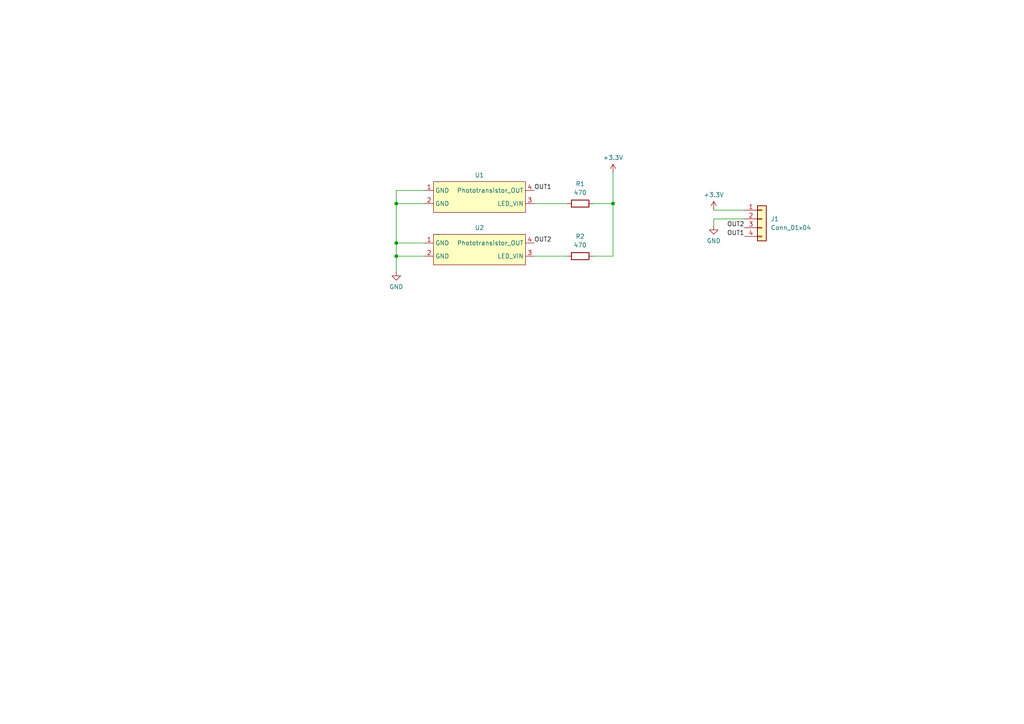
<source format=kicad_sch>
(kicad_sch (version 20230121) (generator eeschema)
  (paper "A4")
  (lib_symbols
    (symbol "Connector_Generic:Conn_01x04" (pin_names (offset 1.016) hide)
      (property "Reference" "J" (at 0 5.08 0))
      (property "Value" "Conn_01x04" (at 0 -7.62 0))
      (symbol "Conn_01x04_1_1"
        (rectangle (start -1.27 -4.953) (end 0 -5.207) (stroke (width 0.1524)))
        (rectangle (start -1.27 -2.413) (end 0 -2.667) (stroke (width 0.1524)))
        (rectangle (start -1.27 0.127) (end 0 -0.127) (stroke (width 0.1524)))
        (rectangle (start -1.27 2.667) (end 0 2.413) (stroke (width 0.1524)))
        (rectangle (start -1.27 3.81) (end 1.27 -6.35) (stroke (width 0.254)) (fill (type background)))
        (pin passive line (at -5.08 2.54 0) (length 3.81) (name "Pin_1") (number "1"))
        (pin passive line (at -5.08 0 0) (length 3.81) (name "Pin_2") (number "2"))
        (pin passive line (at -5.08 -2.54 0) (length 3.81) (name "Pin_3") (number "3"))
        (pin passive line (at -5.08 -5.08 0) (length 3.81) (name "Pin_4") (number "4"))
      )
    )
    (symbol "Device:R" (pin_numbers hide) (pin_names (offset 0))
      (property "Reference" "R" (at 2.032 0 90))
      (property "Value" "R" (at 0 0 90))
      (symbol "R_0_1"
        (rectangle (start -1.016 -2.54) (end 1.016 2.54) (stroke (width 0.254)))
      )
      (symbol "R_1_1"
        (pin passive line (at 0 3.81 270) (length 1.27) (name "~") (number "1"))
        (pin passive line (at 0 -3.81 90) (length 1.27) (name "~") (number "2"))
      )
    )
    (symbol "Marks_Symbols:IR_Reflectivity_Sensor"
      (property "Reference" "U" (at 0 6.35 0))
      (symbol "IR_Reflectivity_Sensor_1_1"
        (rectangle (start -12.7 5.08) (end 13.97 -3.81) (fill (type background)))
        (pin input line (at -15.24 2.54 0) (length 2.54) (name "GND") (number "1"))
        (pin input line (at -15.24 -1.27 0) (length 2.54) (name "GND") (number "2"))
        (pin input line (at 16.51 -1.27 180) (length 2.54) (name "LED_VIN") (number "3"))
        (pin input line (at 16.51 2.54 180) (length 2.54) (name "Phototransistor_OUT") (number "4"))
      )
    )
    (symbol "power:+3.3V" (power) (pin_names (offset 0))
      (property "Value" "+3.3V" (at 0 3.556 0))
      (symbol "+3.3V_0_1"
        (polyline (pts (xy -0.762 1.27) (xy 0 2.54)))
        (polyline (pts (xy 0 0) (xy 0 2.54)))
        (polyline (pts (xy 0 2.54) (xy 0.762 1.27)))
      )
      (symbol "+3.3V_1_1"
        (pin power_in line (at 0 0 90) (length 0) hide (name "+3.3V") (number "1"))
      )
    )
    (symbol "power:GND" (power) (pin_names (offset 0))
      (property "Value" "GND" (at 0 -3.81 0))
      (symbol "GND_0_1"
        (polyline (pts (xy 0 0) (xy 0 -1.27) (xy 1.27 -1.27) (xy 0 -2.54) (xy -1.27 -1.27) (xy 0 -1.27)))
      )
      (symbol "GND_1_1"
        (pin power_in line (at 0 0 270) (length 0) hide (name "GND") (number "1"))
      )
    )
  )
  (junction (at 114.935 70.485))
  (junction (at 114.935 74.295))
  (junction (at 114.935 59.055))
  (junction (at 177.8 59.055))
  (wire (pts (xy 114.935 74.295) (xy 114.935 78.74)))
  (wire (pts (xy 114.935 55.245) (xy 114.935 59.055)))
  (wire (pts (xy 172.085 59.055) (xy 177.8 59.055)))
  (wire (pts (xy 114.935 70.485) (xy 123.19 70.485)))
  (wire (pts (xy 123.19 55.245) (xy 114.935 55.245)))
  (wire (pts (xy 207.01 60.96) (xy 215.9 60.96)))
  (wire (pts (xy 207.01 63.5) (xy 215.9 63.5)))
  (wire (pts (xy 177.8 50.165) (xy 177.8 59.055)))
  (wire (pts (xy 154.94 59.055) (xy 164.465 59.055)))
  (wire (pts (xy 114.935 59.055) (xy 114.935 70.485)))
  (wire (pts (xy 154.94 74.295) (xy 164.465 74.295)))
  (wire (pts (xy 177.8 74.295) (xy 172.085 74.295)))
  (wire (pts (xy 114.935 59.055) (xy 123.19 59.055)))
  (wire (pts (xy 114.935 74.295) (xy 123.19 74.295)))
  (wire (pts (xy 114.935 70.485) (xy 114.935 74.295)))
  (wire (pts (xy 207.01 65.405) (xy 207.01 63.5)))
  (wire (pts (xy 177.8 59.055) (xy 177.8 74.295)))
  (label "OUT1" (at 154.94 55.245 0))
  (label "OUT1" (at 215.9 68.58 180))
  (label "OUT2" (at 154.94 70.485 0))
  (label "OUT2" (at 215.9 66.04 180))
  (symbol (lib_id "Marks_Symbols:IR_Reflectivity_Sensor") (at 138.43 57.785 0) (unit 1)
    (property "Reference" "U1" (at 139.065 50.8 0))
    (property "Value" "~" (at 127 52.705 0))
    (property "Footprint" "Marks Library:ITR20001-T" (effects hide))
  )
  (symbol (lib_id "Device:R") (at 168.275 74.295 90) (unit 1)
    (property "Reference" "R2" (at 168.275 68.58 90))
    (property "Value" "470" (at 168.275 71.12 90))
    (property "Footprint" "Resistor_SMD:R_1210_3225Metric_Pad1.30x2.65mm_HandSolder" (effects hide))
    (property "Part Number" "CRCW1210470RFKEA" (effects hide))
  )
  (symbol (lib_id "power:GND") (at 207.01 65.405 0) (unit 1)
    (property "Reference" "#PWR04" (effects hide))
    (property "Value" "GND" (at 207.01 69.85 0))
  )
  (symbol (lib_id "power:+3.3V") (at 207.01 60.96 0) (unit 1)
    (property "Reference" "#PWR03" (effects hide))
    (property "Value" "+3.3V" (at 207.01 56.515 0))
  )
  (symbol (lib_id "Marks_Symbols:IR_Reflectivity_Sensor") (at 138.43 73.025 0) (unit 1)
    (property "Reference" "U2" (at 139.065 66.04 0))
    (property "Value" "~" (at 127 67.945 0))
    (property "Footprint" "Marks Library:ITR20001-T" (effects hide))
  )
  (symbol (lib_id "power:+3.3V") (at 177.8 50.165 0) (unit 1)
    (property "Reference" "#PWR02" (effects hide))
    (property "Value" "+3.3V" (at 177.8 45.72 0))
  )
  (symbol (lib_id "Connector_Generic:Conn_01x04") (at 220.98 63.5 0) (unit 1)
    (property "Reference" "J1" (at 223.52 63.5 0) (effects (justify left)))
    (property "Value" "Conn_01x04" (at 223.52 66.04 0) (effects (justify left)))
    (property "Footprint" "JST_PH_S4B-PH-K_1x04_P2.00mm_Horizontal" (effects hide))
  )
  (symbol (lib_id "Device:R") (at 168.275 59.055 90) (unit 1)
    (property "Reference" "R1" (at 168.275 53.34 90))
    (property "Value" "470" (at 168.275 55.88 90))
    (property "Footprint" "Resistor_SMD:R_1210_3225Metric_Pad1.30x2.65mm_HandSolder" (effects hide))
    (property "Part Number" "CRCW1210470RFKEA" (effects hide))
  )
  (symbol (lib_id "power:GND") (at 114.935 78.74 0) (unit 1)
    (property "Reference" "#PWR01" (effects hide))
    (property "Value" "GND" (at 114.935 83.185 0))
  )
)
</source>
